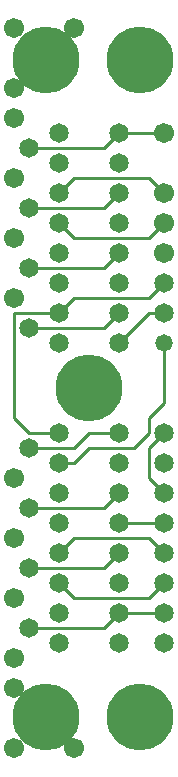
<source format=gbl>
%MOIN*%
%FSLAX25Y25*%
G04 D10 used for Character Trace; *
G04     Circle (OD=.01000) (No hole)*
G04 D11 used for Power Trace; *
G04     Circle (OD=.06700) (No hole)*
G04 D12 used for Signal Trace; *
G04     Circle (OD=.01100) (No hole)*
G04 D13 used for Via; *
G04     Circle (OD=.05800) (Round. Hole ID=.02800)*
G04 D14 used for Component hole; *
G04     Circle (OD=.06500) (Round. Hole ID=.03500)*
G04 D15 used for Component hole; *
G04     Circle (OD=.06700) (Round. Hole ID=.04300)*
G04 D16 used for Component hole; *
G04     Circle (OD=.08100) (Round. Hole ID=.05100)*
G04 D17 used for Component hole; *
G04     Circle (OD=.08900) (Round. Hole ID=.05900)*
G04 D18 used for Component hole; *
G04     Circle (OD=.11300) (Round. Hole ID=.08300)*
G04 D19 used for Component hole; *
G04     Circle (OD=.16000) (Round. Hole ID=.13000)*
G04 D20 used for Component hole; *
G04     Circle (OD=.18300) (Round. Hole ID=.15300)*
G04 D21 used for Component hole; *
G04     Circle (OD=.22291) (Round. Hole ID=.19291)*
%ADD10C,.01000*%
%ADD11C,.06700*%
%ADD12C,.01100*%
%ADD13C,.05800*%
%ADD14C,.06500*%
%ADD15C,.06700*%
%ADD16C,.08100*%
%ADD17C,.08900*%
%ADD18C,.11300*%
%ADD19C,.16000*%
%ADD20C,.18300*%
%ADD21C,.22291*%
%IPPOS*%
%LPD*%
G90*X0Y0D02*D15*X5000Y5000D03*D21*X15625Y15625D03*
D15*X5000Y25000D03*X25000Y5000D03*X5000Y35000D03* 
D14*X40000Y40000D03*X20000D03*D12*X10000Y45000D02*
X35000D01*D14*X10000D03*X20000Y50000D03*D15*      
X5000Y55000D03*D14*X20000Y60000D03*D12*           
X25000Y55000D01*X50000D01*X55000Y60000D01*D14*D03*
Y70000D03*D12*X50000Y75000D01*X25000D01*          
X20000Y70000D01*D14*D03*Y80000D03*X10000Y65000D03*
D12*X35000D01*X40000Y70000D01*D14*D03*Y80000D03*  
D12*X55000D01*D14*D03*Y90000D03*D12*              
X50000Y95000D01*Y105000D01*X55000Y110000D01*D14*  
D03*D12*X50000D02*Y115000D01*X45000Y105000D02*    
X50000Y110000D01*X30000Y105000D02*X45000D01*      
X25000Y100000D02*X30000Y105000D01*                
X20000Y100000D02*X25000D01*D14*X20000D03*D12*     
X10000Y105000D02*X25000D01*D14*X10000D03*D12*     
Y110000D02*X20000D01*D14*D03*D12*X25000Y105000D02*
X30000Y110000D01*X40000D01*D14*D03*Y100000D03*D12*
X50000Y115000D02*X55000Y120000D01*Y140000D01*D13* 
D03*D14*Y150000D03*D12*X50000D01*X40000Y140000D01*
D14*D03*D12*X10000Y145000D02*X35000D01*D14*       
X10000D03*D12*X5000Y115000D02*Y150000D01*         
X10000Y110000D02*X5000Y115000D01*D15*Y95000D03*   
D14*X20000Y90000D03*D21*X30000Y125000D03*D12*     
X10000Y85000D02*X35000D01*D14*X10000D03*D15*      
X5000Y75000D03*D12*X35000Y85000D02*               
X40000Y90000D01*D14*D03*X55000Y100000D03*         
X40000Y60000D03*Y50000D03*D12*X35000Y45000D01*    
X40000Y50000D02*X55000D01*D14*D03*Y40000D03*D21*  
X46875Y15625D03*D14*X20000Y140000D03*D12*         
X35000Y145000D02*X40000Y150000D01*D14*D03*        
Y160000D03*D12*X25000Y155000D02*X50000D01*        
X20000Y150000D02*X25000Y155000D01*D14*            
X20000Y150000D03*D12*X5000D01*D15*Y155000D03*D14* 
X10000Y165000D03*D12*X35000D01*X40000Y170000D01*  
D14*D03*Y180000D03*D12*X25000Y175000D02*X50000D01*
X25000D02*X20000Y180000D01*D14*D03*               
X10000Y185000D03*D12*X35000D01*X40000Y190000D01*  
D14*D03*Y200000D03*D12*X55000Y190000D02*          
X50000Y195000D01*D15*X55000Y190000D03*D12*        
X25000Y195000D02*X50000D01*X20000Y190000D02*      
X25000Y195000D01*D14*X20000Y190000D03*Y200000D03* 
D12*X10000Y205000D02*X35000D01*D14*X10000D03*D15* 
X5000Y195000D03*D14*X20000Y210000D03*D15*         
X5000Y215000D03*Y225000D03*D12*X35000Y205000D02*  
X40000Y210000D01*D14*D03*D12*X55000D01*D15*D03*   
D21*X46875Y234375D03*D15*X55000Y180000D03*D12*    
X50000Y175000D01*D15*X55000Y170000D03*D14*        
Y160000D03*D12*X50000Y155000D01*D14*              
X20000Y170000D03*Y160000D03*D15*X5000Y175000D03*  
D21*X15625Y234375D03*D15*X25000Y245000D03*        
X5000D03*M02*                                     

</source>
